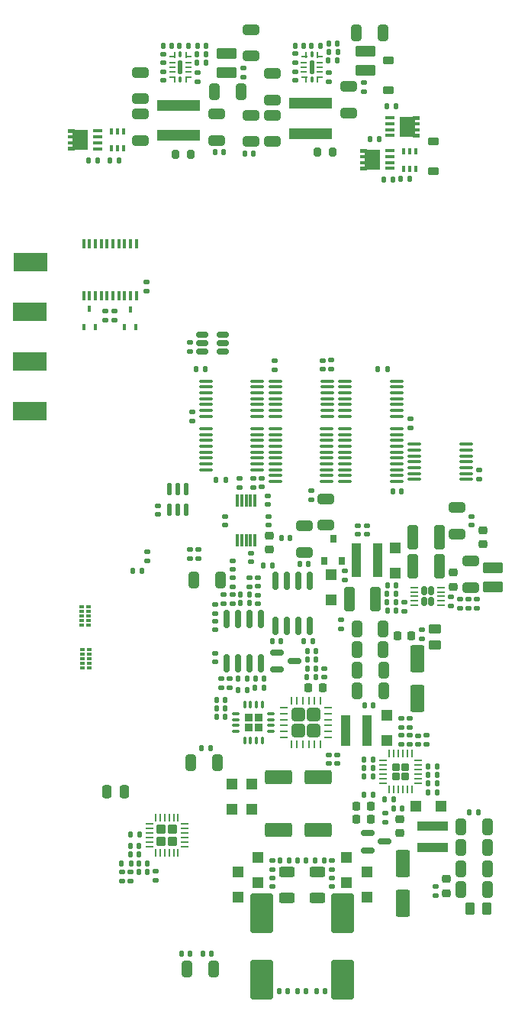
<source format=gbr>
%TF.GenerationSoftware,KiCad,Pcbnew,7.99.0-1.20230926git54171ec.fc37*%
%TF.CreationDate,2023-10-03T14:10:53+01:00*%
%TF.ProjectId,bugg-main-r5,62756767-2d6d-4616-996e-2d72352e6b69,rev?*%
%TF.SameCoordinates,Original*%
%TF.FileFunction,Paste,Bot*%
%TF.FilePolarity,Positive*%
%FSLAX46Y46*%
G04 Gerber Fmt 4.6, Leading zero omitted, Abs format (unit mm)*
G04 Created by KiCad (PCBNEW 7.99.0-1.20230926git54171ec.fc37) date 2023-10-03 14:10:53*
%MOMM*%
%LPD*%
G01*
G04 APERTURE LIST*
G04 Aperture macros list*
%AMRoundRect*
0 Rectangle with rounded corners*
0 $1 Rounding radius*
0 $2 $3 $4 $5 $6 $7 $8 $9 X,Y pos of 4 corners*
0 Add a 4 corners polygon primitive as box body*
4,1,4,$2,$3,$4,$5,$6,$7,$8,$9,$2,$3,0*
0 Add four circle primitives for the rounded corners*
1,1,$1+$1,$2,$3*
1,1,$1+$1,$4,$5*
1,1,$1+$1,$6,$7*
1,1,$1+$1,$8,$9*
0 Add four rect primitives between the rounded corners*
20,1,$1+$1,$2,$3,$4,$5,0*
20,1,$1+$1,$4,$5,$6,$7,0*
20,1,$1+$1,$6,$7,$8,$9,0*
20,1,$1+$1,$8,$9,$2,$3,0*%
%AMFreePoly0*
4,1,21,1.372500,0.787500,0.862500,0.787500,0.862500,0.532500,1.372500,0.532500,1.372500,0.127500,0.862500,0.127500,0.862500,-0.127500,1.372500,-0.127500,1.372500,-0.532500,0.862500,-0.532500,0.862500,-0.787500,1.372500,-0.787500,1.372500,-1.195000,0.612500,-1.195000,0.612500,-1.117500,-0.862500,-1.117500,-0.862500,1.117500,0.612500,1.117500,0.612500,1.195000,1.372500,1.195000,
1.372500,0.787500,1.372500,0.787500,$1*%
%AMFreePoly1*
4,1,25,0.251037,0.433748,0.282717,0.409439,0.409439,0.282717,0.449030,0.214145,0.454242,0.174554,0.454242,-0.174554,0.433748,-0.251037,0.409439,-0.282717,0.282717,-0.409439,0.214145,-0.449030,0.174554,-0.454242,-0.174554,-0.454242,-0.251037,-0.433748,-0.282717,-0.409439,-0.409439,-0.282717,-0.449030,-0.214145,-0.454242,-0.174554,-0.454242,0.174554,-0.433748,0.251037,-0.409439,0.282717,
-0.282717,0.409439,-0.214145,0.449030,-0.174554,0.454242,0.174554,0.454242,0.251037,0.433748,0.251037,0.433748,$1*%
G04 Aperture macros list end*
%ADD10RoundRect,0.135000X0.135000X0.185000X-0.135000X0.185000X-0.135000X-0.185000X0.135000X-0.185000X0*%
%ADD11RoundRect,0.135000X-0.185000X0.135000X-0.185000X-0.135000X0.185000X-0.135000X0.185000X0.135000X0*%
%ADD12RoundRect,0.135000X-0.135000X-0.185000X0.135000X-0.185000X0.135000X0.185000X-0.135000X0.185000X0*%
%ADD13RoundRect,0.140000X0.170000X-0.140000X0.170000X0.140000X-0.170000X0.140000X-0.170000X-0.140000X0*%
%ADD14RoundRect,0.140000X0.140000X0.170000X-0.140000X0.170000X-0.140000X-0.170000X0.140000X-0.170000X0*%
%ADD15RoundRect,0.140000X-0.140000X-0.170000X0.140000X-0.170000X0.140000X0.170000X-0.140000X0.170000X0*%
%ADD16RoundRect,0.140000X-0.170000X0.140000X-0.170000X-0.140000X0.170000X-0.140000X0.170000X0.140000X0*%
%ADD17R,0.990000X0.405000*%
%ADD18FreePoly0,0.000000*%
%ADD19RoundRect,0.200000X0.200000X0.275000X-0.200000X0.275000X-0.200000X-0.275000X0.200000X-0.275000X0*%
%ADD20RoundRect,0.250000X-0.325000X-0.650000X0.325000X-0.650000X0.325000X0.650000X-0.325000X0.650000X0*%
%ADD21RoundRect,0.150000X-0.587500X-0.150000X0.587500X-0.150000X0.587500X0.150000X-0.587500X0.150000X0*%
%ADD22FreePoly0,180.000000*%
%ADD23R,0.980000X3.400000*%
%ADD24RoundRect,0.050000X-0.287500X-0.075000X0.287500X-0.075000X0.287500X0.075000X-0.287500X0.075000X0*%
%ADD25RoundRect,0.050000X-0.075000X0.287500X-0.075000X-0.287500X0.075000X-0.287500X0.075000X0.287500X0*%
%ADD26RoundRect,0.050000X-0.275000X-0.075000X0.275000X-0.075000X0.275000X0.075000X-0.275000X0.075000X0*%
%ADD27RoundRect,0.050050X0.124950X0.274950X-0.124950X0.274950X-0.124950X-0.274950X0.124950X-0.274950X0*%
%ADD28RoundRect,0.049950X-0.175050X-0.675050X0.175050X-0.675050X0.175050X0.675050X-0.175050X0.675050X0*%
%ADD29R,1.200000X1.200000*%
%ADD30R,3.800000X2.000000*%
%ADD31RoundRect,0.225000X0.375000X-0.225000X0.375000X0.225000X-0.375000X0.225000X-0.375000X-0.225000X0*%
%ADD32RoundRect,0.135000X0.185000X-0.135000X0.185000X0.135000X-0.185000X0.135000X-0.185000X-0.135000X0*%
%ADD33RoundRect,0.250000X0.650000X-0.325000X0.650000X0.325000X-0.650000X0.325000X-0.650000X-0.325000X0*%
%ADD34RoundRect,0.100000X-0.637500X-0.100000X0.637500X-0.100000X0.637500X0.100000X-0.637500X0.100000X0*%
%ADD35RoundRect,0.250000X0.325000X0.650000X-0.325000X0.650000X-0.325000X-0.650000X0.325000X-0.650000X0*%
%ADD36R,0.550000X0.300000*%
%ADD37R,0.550000X0.400000*%
%ADD38RoundRect,0.218750X0.218750X0.256250X-0.218750X0.256250X-0.218750X-0.256250X0.218750X-0.256250X0*%
%ADD39RoundRect,0.100000X0.637500X0.100000X-0.637500X0.100000X-0.637500X-0.100000X0.637500X-0.100000X0*%
%ADD40R,0.450000X0.700000*%
%ADD41RoundRect,0.250000X1.250000X0.550000X-1.250000X0.550000X-1.250000X-0.550000X1.250000X-0.550000X0*%
%ADD42RoundRect,0.250000X0.625000X-0.312500X0.625000X0.312500X-0.625000X0.312500X-0.625000X-0.312500X0*%
%ADD43RoundRect,0.250000X1.000000X-1.950000X1.000000X1.950000X-1.000000X1.950000X-1.000000X-1.950000X0*%
%ADD44RoundRect,0.250000X0.450000X-0.262500X0.450000X0.262500X-0.450000X0.262500X-0.450000X-0.262500X0*%
%ADD45RoundRect,0.150000X0.150000X-0.825000X0.150000X0.825000X-0.150000X0.825000X-0.150000X-0.825000X0*%
%ADD46RoundRect,0.250000X-0.650000X0.325000X-0.650000X-0.325000X0.650000X-0.325000X0.650000X0.325000X0*%
%ADD47RoundRect,0.250000X-0.325000X-1.100000X0.325000X-1.100000X0.325000X1.100000X-0.325000X1.100000X0*%
%ADD48RoundRect,0.250000X0.550000X-1.250000X0.550000X1.250000X-0.550000X1.250000X-0.550000X-1.250000X0*%
%ADD49RoundRect,0.250000X-0.485000X-0.485000X0.485000X-0.485000X0.485000X0.485000X-0.485000X0.485000X0*%
%ADD50RoundRect,0.062500X-0.362500X-0.062500X0.362500X-0.062500X0.362500X0.062500X-0.362500X0.062500X0*%
%ADD51RoundRect,0.062500X-0.062500X-0.362500X0.062500X-0.362500X0.062500X0.362500X-0.062500X0.362500X0*%
%ADD52RoundRect,0.225000X0.250000X-0.225000X0.250000X0.225000X-0.250000X0.225000X-0.250000X-0.225000X0*%
%ADD53FreePoly1,90.000000*%
%ADD54RoundRect,0.062500X0.062500X-0.325000X0.062500X0.325000X-0.062500X0.325000X-0.062500X-0.325000X0*%
%ADD55RoundRect,0.062500X0.325000X-0.062500X0.325000X0.062500X-0.325000X0.062500X-0.325000X-0.062500X0*%
%ADD56RoundRect,0.250000X0.275000X-0.275000X0.275000X0.275000X-0.275000X0.275000X-0.275000X-0.275000X0*%
%ADD57RoundRect,0.062500X0.062500X-0.350000X0.062500X0.350000X-0.062500X0.350000X-0.062500X-0.350000X0*%
%ADD58RoundRect,0.062500X0.350000X-0.062500X0.350000X0.062500X-0.350000X0.062500X-0.350000X-0.062500X0*%
%ADD59RoundRect,0.225000X-0.250000X0.225000X-0.250000X-0.225000X0.250000X-0.225000X0.250000X0.225000X0*%
%ADD60R,0.980000X3.700000*%
%ADD61RoundRect,0.200000X-0.200000X-0.275000X0.200000X-0.275000X0.200000X0.275000X-0.200000X0.275000X0*%
%ADD62RoundRect,0.250000X-0.850000X0.375000X-0.850000X-0.375000X0.850000X-0.375000X0.850000X0.375000X0*%
%ADD63RoundRect,0.250000X0.262500X0.450000X-0.262500X0.450000X-0.262500X-0.450000X0.262500X-0.450000X0*%
%ADD64RoundRect,0.227500X0.227500X0.227500X-0.227500X0.227500X-0.227500X-0.227500X0.227500X-0.227500X0*%
%ADD65RoundRect,0.075000X0.350000X0.075000X-0.350000X0.075000X-0.350000X-0.075000X0.350000X-0.075000X0*%
%ADD66RoundRect,0.075000X0.075000X0.350000X-0.075000X0.350000X-0.075000X-0.350000X0.075000X-0.350000X0*%
%ADD67RoundRect,0.225000X-0.375000X0.225000X-0.375000X-0.225000X0.375000X-0.225000X0.375000X0.225000X0*%
%ADD68RoundRect,0.125000X-0.125000X0.587500X-0.125000X-0.587500X0.125000X-0.587500X0.125000X0.587500X0*%
%ADD69R,0.400000X1.000000*%
%ADD70R,4.700000X1.180000*%
%ADD71R,3.400000X0.980000*%
%ADD72R,0.300000X1.400000*%
%ADD73R,0.800000X0.900000*%
%ADD74R,0.400000X0.650000*%
%ADD75RoundRect,0.167500X0.167500X0.312500X-0.167500X0.312500X-0.167500X-0.312500X0.167500X-0.312500X0*%
%ADD76RoundRect,0.062500X0.362500X0.062500X-0.362500X0.062500X-0.362500X-0.062500X0.362500X-0.062500X0*%
%ADD77RoundRect,0.225000X0.225000X0.250000X-0.225000X0.250000X-0.225000X-0.250000X0.225000X-0.250000X0*%
%ADD78RoundRect,0.150000X-0.512500X-0.150000X0.512500X-0.150000X0.512500X0.150000X-0.512500X0.150000X0*%
%ADD79RoundRect,0.218750X0.256250X-0.218750X0.256250X0.218750X-0.256250X0.218750X-0.256250X-0.218750X0*%
%ADD80RoundRect,0.218750X-0.218750X-0.256250X0.218750X-0.256250X0.218750X0.256250X-0.218750X0.256250X0*%
%ADD81RoundRect,0.250000X0.250000X0.475000X-0.250000X0.475000X-0.250000X-0.475000X0.250000X-0.475000X0*%
G04 APERTURE END LIST*
D10*
%TO.C,R8*%
X17472500Y43627500D03*
X16452500Y43627500D03*
%TD*%
D11*
%TO.C,R36*%
X12350000Y53276400D03*
X12350000Y54296400D03*
%TD*%
%TO.C,R35*%
X-1000000Y55910000D03*
X-1000000Y54890000D03*
%TD*%
D10*
%TO.C,R17*%
X7585000Y58375000D03*
X6565000Y58375000D03*
%TD*%
%TO.C,R16*%
X9460000Y57656400D03*
X8440000Y57656400D03*
%TD*%
%TO.C,R15*%
X-7065000Y58375000D03*
X-8085000Y58375000D03*
%TD*%
%TO.C,R14*%
X-5135000Y57425000D03*
X-6155000Y57425000D03*
%TD*%
%TO.C,R13*%
X9440000Y56701400D03*
X8420000Y56701400D03*
%TD*%
%TO.C,R12*%
X-5140000Y56475000D03*
X-6160000Y56475000D03*
%TD*%
D12*
%TO.C,R11*%
X15910000Y51650000D03*
X14890000Y51650000D03*
%TD*%
D10*
%TO.C,R7*%
X-14765000Y45650000D03*
X-15785000Y45650000D03*
%TD*%
D13*
%TO.C,C38*%
X-11775000Y31195000D03*
X-11775000Y32155000D03*
%TD*%
D14*
%TO.C,C18*%
X130000Y46425000D03*
X-830000Y46425000D03*
%TD*%
D15*
%TO.C,C17*%
X-4155000Y46575000D03*
X-3195000Y46575000D03*
%TD*%
D14*
%TO.C,C12*%
X9405000Y58591400D03*
X8445000Y58591400D03*
%TD*%
%TO.C,C11*%
X-5165000Y58375000D03*
X-6125000Y58375000D03*
%TD*%
D16*
%TO.C,C10*%
X4716600Y57459400D03*
X4716600Y56499400D03*
%TD*%
D13*
%TO.C,C9*%
X-9875000Y56495000D03*
X-9875000Y57455000D03*
%TD*%
D14*
%TO.C,C115*%
X4155000Y3825000D03*
X3195000Y3825000D03*
%TD*%
D17*
%TO.C,Q3*%
X15215000Y48410000D03*
X15215000Y49070000D03*
X15215000Y49730000D03*
X15215000Y50390000D03*
D18*
X17207500Y49400000D03*
%TD*%
D15*
%TO.C,C101*%
X6070000Y-9675000D03*
X7030000Y-9675000D03*
%TD*%
%TO.C,C46*%
X2970000Y-46400000D03*
X3930000Y-46400000D03*
%TD*%
D19*
%TO.C,R109*%
X8885000Y46580000D03*
X7235000Y46580000D03*
%TD*%
D20*
%TO.C,C91*%
X11584762Y-10835714D03*
X14534762Y-10835714D03*
%TD*%
D21*
%TO.C,U31*%
X2762500Y-10750000D03*
X2762500Y-8850000D03*
X4637500Y-9800000D03*
%TD*%
D17*
%TO.C,Q1*%
X-17150000Y48910000D03*
X-17150000Y48250000D03*
X-17150000Y47590000D03*
X-17150000Y46930000D03*
D22*
X-19142500Y47920000D03*
%TD*%
D23*
%TO.C,L4*%
X10354286Y-17484762D03*
X12724286Y-17484762D03*
%TD*%
D21*
%TO.C,Q10*%
X12777500Y-30775000D03*
X12777500Y-28875000D03*
X14652500Y-29825000D03*
%TD*%
D16*
%TO.C,C120*%
X-6925000Y25455000D03*
X-6925000Y24495000D03*
%TD*%
D24*
%TO.C,U5*%
X-8862500Y54850000D03*
D25*
X-8650000Y54637500D03*
D26*
X-8875000Y55500000D03*
X-8875000Y56000000D03*
X-8875000Y56500000D03*
D24*
X-8862500Y57150000D03*
D25*
X-8650000Y57362500D03*
D27*
X-8000000Y57375000D03*
D25*
X-7350000Y57362500D03*
D24*
X-7137500Y57150000D03*
D26*
X-7125000Y56500000D03*
X-7125000Y56000000D03*
X-7125000Y55500000D03*
D25*
X-7350000Y54637500D03*
D24*
X-7137500Y54850000D03*
D27*
X-8000000Y54625000D03*
D28*
X-8000000Y56000000D03*
%TD*%
D29*
%TO.C,D10*%
X10450000Y-31550000D03*
X10450000Y-34350000D03*
%TD*%
D30*
%TO.C,GC1*%
X-24750000Y17900000D03*
%TD*%
D31*
%TO.C,D4*%
X20100000Y44500000D03*
X20100000Y47800000D03*
%TD*%
D13*
%TO.C,C126*%
X24350000Y5270000D03*
X24350000Y6230000D03*
%TD*%
D14*
%TO.C,C64*%
X-3020000Y-16000000D03*
X-3980000Y-16000000D03*
%TD*%
D20*
%TO.C,C43*%
X11525000Y59786400D03*
X14475000Y59786400D03*
%TD*%
D32*
%TO.C,R57*%
X-2220000Y-3460000D03*
X-2220000Y-2440000D03*
%TD*%
D11*
%TO.C,R59*%
X-2500000Y-11790000D03*
X-2500000Y-12810000D03*
%TD*%
D15*
%TO.C,C87*%
X15670000Y-26125000D03*
X16630000Y-26125000D03*
%TD*%
%TO.C,C139*%
X12420238Y-14749286D03*
X13380238Y-14749286D03*
%TD*%
D16*
%TO.C,C42*%
X-9875000Y55480000D03*
X-9875000Y54520000D03*
%TD*%
D13*
%TO.C,C54*%
X8850000Y-34780000D03*
X8850000Y-33820000D03*
%TD*%
D29*
%TO.C,D13*%
X-50000Y-26200000D03*
X-50000Y-23400000D03*
%TD*%
D32*
%TO.C,R94*%
X17450000Y-17160000D03*
X17450000Y-16140000D03*
%TD*%
D33*
%TO.C,C13*%
X-3925000Y47875000D03*
X-3925000Y50825000D03*
%TD*%
D34*
%TO.C,U19*%
X10287500Y17300000D03*
X10287500Y17950000D03*
X10287500Y18600000D03*
X10287500Y19250000D03*
X10287500Y19900000D03*
X10287500Y20550000D03*
X10287500Y21200000D03*
X16012500Y21200000D03*
X16012500Y20550000D03*
X16012500Y19900000D03*
X16012500Y19250000D03*
X16012500Y18600000D03*
X16012500Y17950000D03*
X16012500Y17300000D03*
%TD*%
D16*
%TO.C,C69*%
X600000Y-2495000D03*
X600000Y-3455000D03*
%TD*%
D15*
%TO.C,C72*%
X-1580000Y-11800000D03*
X-620000Y-11800000D03*
%TD*%
D35*
%TO.C,C127*%
X-4325000Y-43900000D03*
X-7275000Y-43900000D03*
%TD*%
D13*
%TO.C,C94*%
X16500000Y-17155000D03*
X16500000Y-16195000D03*
%TD*%
D36*
%TO.C,U11*%
X-18985000Y-5800000D03*
X-18985000Y-5300000D03*
D37*
X-18985000Y-4800000D03*
D36*
X-18985000Y-4300000D03*
X-18985000Y-3800000D03*
X-18215000Y-3800000D03*
X-18215000Y-4300000D03*
D37*
X-18215000Y-4800000D03*
D36*
X-18215000Y-5300000D03*
X-18215000Y-5800000D03*
%TD*%
D38*
%TO.C,FB7*%
X7787500Y-12775000D03*
X6212500Y-12775000D03*
%TD*%
D12*
%TO.C,R26*%
X-14510000Y-32275000D03*
X-13490000Y-32275000D03*
%TD*%
%TO.C,R91*%
X19479286Y-23384762D03*
X20499286Y-23384762D03*
%TD*%
D11*
%TO.C,R52*%
X2200000Y-31940000D03*
X2200000Y-32960000D03*
%TD*%
D39*
%TO.C,U20*%
X8312500Y21200000D03*
X8312500Y20550000D03*
X8312500Y19900000D03*
X8312500Y19250000D03*
X8312500Y18600000D03*
X8312500Y17950000D03*
X8312500Y17300000D03*
X2587500Y17300000D03*
X2587500Y17950000D03*
X2587500Y18600000D03*
X2587500Y19250000D03*
X2587500Y19900000D03*
X2587500Y20550000D03*
X2587500Y21200000D03*
%TD*%
D16*
%TO.C,C76*%
X600000Y-570000D03*
X600000Y-1530000D03*
%TD*%
D20*
%TO.C,C90*%
X11584762Y-13135714D03*
X14534762Y-13135714D03*
%TD*%
D40*
%TO.C,Q28*%
X-17425000Y27200000D03*
X-18725000Y27200000D03*
X-18075000Y29200000D03*
%TD*%
D30*
%TO.C,GC2*%
X-24700000Y23400000D03*
%TD*%
D29*
%TO.C,D17*%
X14914286Y-18609762D03*
X14914286Y-15809762D03*
%TD*%
D41*
%TO.C,C59*%
X7275000Y-28500000D03*
X2875000Y-28500000D03*
%TD*%
D42*
%TO.C,R48*%
X3800000Y-36087500D03*
X3800000Y-33162500D03*
%TD*%
D11*
%TO.C,R113*%
X-15340000Y28975000D03*
X-15340000Y27955000D03*
%TD*%
D13*
%TO.C,C60*%
X1050000Y9470000D03*
X1050000Y10430000D03*
%TD*%
D43*
%TO.C,C49*%
X10025000Y-45125000D03*
X10025000Y-37725000D03*
%TD*%
D15*
%TO.C,C56*%
X5020000Y-31875000D03*
X5980000Y-31875000D03*
%TD*%
D32*
%TO.C,R103*%
X18805000Y-7380000D03*
X18805000Y-6360000D03*
%TD*%
D39*
%TO.C,U22*%
X562500Y21200000D03*
X562500Y20550000D03*
X562500Y19900000D03*
X562500Y19250000D03*
X562500Y18600000D03*
X562500Y17950000D03*
X562500Y17300000D03*
X-5162500Y17300000D03*
X-5162500Y17950000D03*
X-5162500Y18600000D03*
X-5162500Y19250000D03*
X-5162500Y19900000D03*
X-5162500Y20550000D03*
X-5162500Y21200000D03*
%TD*%
D29*
%TO.C,D8*%
X12700000Y-36000000D03*
X12700000Y-33200000D03*
%TD*%
D33*
%TO.C,C80*%
X5800000Y2225000D03*
X5800000Y5175000D03*
%TD*%
D44*
%TO.C,R112*%
X20290000Y-8062500D03*
X20290000Y-6237500D03*
%TD*%
D13*
%TO.C,C48*%
X17500000Y16040000D03*
X17500000Y17000000D03*
%TD*%
D16*
%TO.C,C25*%
X25200000Y11330000D03*
X25200000Y10370000D03*
%TD*%
D20*
%TO.C,C133*%
X23119286Y-28174762D03*
X26069286Y-28174762D03*
%TD*%
D15*
%TO.C,C117*%
X5220000Y925000D03*
X6180000Y925000D03*
%TD*%
D33*
%TO.C,C103*%
X24200000Y-1675000D03*
X24200000Y1275000D03*
%TD*%
D45*
%TO.C,U33*%
X6355000Y-5875000D03*
X5085000Y-5875000D03*
X3815000Y-5875000D03*
X2545000Y-5875000D03*
X2545000Y-925000D03*
X3815000Y-925000D03*
X5085000Y-925000D03*
X6355000Y-925000D03*
%TD*%
D32*
%TO.C,R93*%
X17450000Y-19035000D03*
X17450000Y-18015000D03*
%TD*%
%TO.C,R101*%
X16495000Y-19025000D03*
X16495000Y-18005000D03*
%TD*%
D15*
%TO.C,C47*%
X4970000Y-46400000D03*
X5930000Y-46400000D03*
%TD*%
D46*
%TO.C,C45*%
X10700000Y50875000D03*
X10700000Y53825000D03*
%TD*%
D32*
%TO.C,R61*%
X-2175000Y-1560000D03*
X-2175000Y-540000D03*
%TD*%
D16*
%TO.C,C53*%
X2450000Y23430000D03*
X2450000Y22470000D03*
%TD*%
D35*
%TO.C,C129*%
X-3525000Y-850000D03*
X-6475000Y-850000D03*
%TD*%
D36*
%TO.C,U10*%
X-18885000Y-10550000D03*
X-18885000Y-10050000D03*
D37*
X-18885000Y-9550000D03*
D36*
X-18885000Y-9050000D03*
X-18885000Y-8550000D03*
X-18115000Y-8550000D03*
X-18115000Y-9050000D03*
D37*
X-18115000Y-9550000D03*
D36*
X-18115000Y-10050000D03*
X-18115000Y-10550000D03*
%TD*%
D29*
%TO.C,D14*%
X-2250000Y-26200000D03*
X-2250000Y-23400000D03*
%TD*%
D11*
%TO.C,R78*%
X14750000Y-26670000D03*
X14750000Y-27690000D03*
%TD*%
D47*
%TO.C,C107*%
X17775000Y3900000D03*
X20725000Y3900000D03*
%TD*%
D33*
%TO.C,C16*%
X2190000Y47725000D03*
X2190000Y50675000D03*
%TD*%
D15*
%TO.C,C121*%
X2220000Y-7600000D03*
X3180000Y-7600000D03*
%TD*%
D32*
%TO.C,R71*%
X-1400000Y9390000D03*
X-1400000Y10410000D03*
%TD*%
%TO.C,R54*%
X-3450000Y-12810000D03*
X-3450000Y-11790000D03*
%TD*%
D12*
%TO.C,R90*%
X14940000Y-3300000D03*
X15960000Y-3300000D03*
%TD*%
D48*
%TO.C,C119*%
X18270000Y-13950000D03*
X18270000Y-9550000D03*
%TD*%
D15*
%TO.C,C74*%
X15570000Y9000000D03*
X16530000Y9000000D03*
%TD*%
D49*
%TO.C,U18*%
X5067462Y-15775000D03*
X5067462Y-17475000D03*
X6767462Y-15775000D03*
X6767462Y-17475000D03*
D50*
X3467462Y-18250000D03*
X3467462Y-17600000D03*
X3467462Y-16950000D03*
X3467462Y-16300000D03*
X3467462Y-15650000D03*
X3467462Y-15000000D03*
D51*
X4292462Y-14175000D03*
X4942462Y-14175000D03*
X5592462Y-14175000D03*
X6242462Y-14175000D03*
X6892462Y-14175000D03*
X7542462Y-14175000D03*
D50*
X8367462Y-15000000D03*
X8367462Y-15650000D03*
X8367462Y-16300000D03*
X8367462Y-16950000D03*
X8367462Y-17600000D03*
X8367462Y-18250000D03*
D51*
X7542462Y-19075000D03*
X6892462Y-19075000D03*
X6242462Y-19075000D03*
X5592462Y-19075000D03*
X4942462Y-19075000D03*
X4292462Y-19075000D03*
%TD*%
D24*
%TO.C,U6*%
X5737500Y54850000D03*
D25*
X5950000Y54637500D03*
D26*
X5725000Y55500000D03*
X5725000Y56000000D03*
X5725000Y56500000D03*
D24*
X5737500Y57150000D03*
D25*
X5950000Y57362500D03*
D27*
X6600000Y57375000D03*
D25*
X7250000Y57362500D03*
D24*
X7462500Y57150000D03*
D26*
X7475000Y56500000D03*
X7475000Y56000000D03*
X7475000Y55500000D03*
D25*
X7250000Y54637500D03*
D24*
X7462500Y54850000D03*
D27*
X6600000Y54625000D03*
D28*
X6600000Y56000000D03*
%TD*%
D12*
%TO.C,R98*%
X5690000Y-7625000D03*
X6710000Y-7625000D03*
%TD*%
D10*
%TO.C,R69*%
X14960000Y22500000D03*
X13940000Y22500000D03*
%TD*%
D46*
%TO.C,C6*%
X-12425000Y55425000D03*
X-12425000Y52475000D03*
%TD*%
D52*
%TO.C,C102*%
X25550000Y3125000D03*
X25550000Y4675000D03*
%TD*%
D40*
%TO.C,Q27*%
X-12900000Y27175000D03*
X-14200000Y27175000D03*
X-13550000Y29175000D03*
%TD*%
D53*
%TO.C,U28*%
X15951786Y-22572262D03*
X16926786Y-22572262D03*
X15951786Y-21597262D03*
X16926786Y-21597262D03*
D54*
X17689286Y-24072262D03*
X17189286Y-24072262D03*
X16689286Y-24072262D03*
X16189286Y-24072262D03*
X15689286Y-24072262D03*
X15189286Y-24072262D03*
D55*
X14451786Y-23334762D03*
X14451786Y-22834762D03*
X14451786Y-22334762D03*
X14451786Y-21834762D03*
X14451786Y-21334762D03*
X14451786Y-20834762D03*
D54*
X15189286Y-20097262D03*
X15689286Y-20097262D03*
X16189286Y-20097262D03*
X16689286Y-20097262D03*
X17189286Y-20097262D03*
X17689286Y-20097262D03*
D55*
X18426786Y-20834762D03*
X18426786Y-21334762D03*
X18426786Y-21834762D03*
X18426786Y-22334762D03*
X18426786Y-22834762D03*
X18426786Y-23334762D03*
%TD*%
D16*
%TO.C,C55*%
X2200000Y-33820000D03*
X2200000Y-34780000D03*
%TD*%
D56*
%TO.C,U12*%
X-10150000Y-29750000D03*
X-8850000Y-29750000D03*
X-10150000Y-28450000D03*
X-8850000Y-28450000D03*
D57*
X-8250000Y-31037500D03*
X-8750000Y-31037500D03*
X-9250000Y-31037500D03*
X-9750000Y-31037500D03*
X-10250000Y-31037500D03*
X-10750000Y-31037500D03*
D58*
X-11437500Y-30350000D03*
X-11437500Y-29850000D03*
X-11437500Y-29350000D03*
X-11437500Y-28850000D03*
X-11437500Y-28350000D03*
X-11437500Y-27850000D03*
D57*
X-10750000Y-27162500D03*
X-10250000Y-27162500D03*
X-9750000Y-27162500D03*
X-9250000Y-27162500D03*
X-8750000Y-27162500D03*
X-8250000Y-27162500D03*
D58*
X-7562500Y-27850000D03*
X-7562500Y-28350000D03*
X-7562500Y-28850000D03*
X-7562500Y-29350000D03*
X-7562500Y-29850000D03*
X-7562500Y-30350000D03*
%TD*%
D59*
%TO.C,C104*%
X22300000Y-25000D03*
X22300000Y-1575000D03*
%TD*%
D15*
%TO.C,C138*%
X24099762Y-26545714D03*
X25059762Y-26545714D03*
%TD*%
D60*
%TO.C,L5*%
X11565000Y1350000D03*
X13935000Y1350000D03*
%TD*%
D10*
%TO.C,R97*%
X15960000Y-2350000D03*
X14940000Y-2350000D03*
%TD*%
%TO.C,R107*%
X2225000Y775000D03*
X1205000Y775000D03*
%TD*%
D12*
%TO.C,R88*%
X12365000Y-20700000D03*
X13385000Y-20700000D03*
%TD*%
%TO.C,R50*%
X6940000Y-31875000D03*
X7960000Y-31875000D03*
%TD*%
D30*
%TO.C,GC3*%
X-24700000Y28900000D03*
%TD*%
D10*
%TO.C,R6*%
X-12290000Y200000D03*
X-13310000Y200000D03*
%TD*%
D33*
%TO.C,C15*%
X-12425000Y47850000D03*
X-12425000Y50800000D03*
%TD*%
D46*
%TO.C,C5*%
X2200000Y55325000D03*
X2200000Y52375000D03*
%TD*%
D32*
%TO.C,R75*%
X-6000000Y1565000D03*
X-6000000Y2585000D03*
%TD*%
D12*
%TO.C,R18*%
X12370000Y-22610000D03*
X13390000Y-22610000D03*
%TD*%
D13*
%TO.C,C124*%
X-3050000Y5270000D03*
X-3050000Y6230000D03*
%TD*%
D16*
%TO.C,C41*%
X8475000Y55355000D03*
X8475000Y54395000D03*
%TD*%
D33*
%TO.C,C131*%
X22700000Y4275000D03*
X22700000Y7225000D03*
%TD*%
D41*
%TO.C,C58*%
X7275000Y-22675000D03*
X2875000Y-22675000D03*
%TD*%
D11*
%TO.C,R63*%
X100000Y10460000D03*
X100000Y9440000D03*
%TD*%
D13*
%TO.C,C114*%
X23000000Y-3930000D03*
X23000000Y-2970000D03*
%TD*%
D33*
%TO.C,C130*%
X8150000Y5225000D03*
X8150000Y8175000D03*
%TD*%
D16*
%TO.C,C4*%
X-6100000Y55355000D03*
X-6100000Y54395000D03*
%TD*%
D11*
%TO.C,R27*%
X-13550000Y-33165000D03*
X-13550000Y-34185000D03*
%TD*%
D61*
%TO.C,R110*%
X-8535000Y46355000D03*
X-6885000Y46355000D03*
%TD*%
D29*
%TO.C,D16*%
X20964286Y-25909762D03*
X18164286Y-25909762D03*
%TD*%
D14*
%TO.C,C32*%
X-11670000Y-32250000D03*
X-12630000Y-32250000D03*
%TD*%
D47*
%TO.C,C109*%
X10725000Y-2950000D03*
X13675000Y-2950000D03*
%TD*%
D62*
%TO.C,L8*%
X12550000Y55611400D03*
X12550000Y57761400D03*
%TD*%
D30*
%TO.C,GC4*%
X-24650000Y34400000D03*
%TD*%
D14*
%TO.C,C123*%
X-4670000Y-19450000D03*
X-5630000Y-19450000D03*
%TD*%
D13*
%TO.C,C70*%
X-4150000Y-9930000D03*
X-4150000Y-8970000D03*
%TD*%
D12*
%TO.C,R74*%
X6040000Y-11575000D03*
X7060000Y-11575000D03*
%TD*%
D15*
%TO.C,C96*%
X19510238Y-21464286D03*
X20470238Y-21464286D03*
%TD*%
D11*
%TO.C,R114*%
X-16300000Y28975000D03*
X-16300000Y27955000D03*
%TD*%
D17*
%TO.C,Q2*%
X15275000Y46740000D03*
X15275000Y46080000D03*
X15275000Y45420000D03*
X15275000Y44760000D03*
D22*
X13282500Y45750000D03*
%TD*%
D10*
%TO.C,R100*%
X-2990000Y10250000D03*
X-4010000Y10250000D03*
%TD*%
D35*
%TO.C,C128*%
X-3905000Y-21100000D03*
X-6855000Y-21100000D03*
%TD*%
D12*
%TO.C,R60*%
X-1330000Y-2450000D03*
X-310000Y-2450000D03*
%TD*%
%TO.C,R87*%
X14690000Y-25175000D03*
X15710000Y-25175000D03*
%TD*%
D15*
%TO.C,C27*%
X7125000Y-46425000D03*
X8085000Y-46425000D03*
%TD*%
D32*
%TO.C,R77*%
X-11650000Y1240000D03*
X-11650000Y2260000D03*
%TD*%
D43*
%TO.C,C50*%
X1000000Y-45125000D03*
X1000000Y-37725000D03*
%TD*%
D20*
%TO.C,C88*%
X23114286Y-35109762D03*
X26064286Y-35109762D03*
%TD*%
%TO.C,C134*%
X11579762Y-8535714D03*
X14529762Y-8535714D03*
%TD*%
D11*
%TO.C,R55*%
X-3170000Y-2440000D03*
X-3170000Y-3460000D03*
%TD*%
%TO.C,R95*%
X16850000Y-3250000D03*
X16850000Y-4270000D03*
%TD*%
D12*
%TO.C,R92*%
X19504286Y-22434762D03*
X20524286Y-22434762D03*
%TD*%
D13*
%TO.C,C105*%
X12700000Y4220000D03*
X12700000Y5180000D03*
%TD*%
D63*
%TO.C,R111*%
X25987500Y-37210000D03*
X24162500Y-37210000D03*
%TD*%
D42*
%TO.C,R47*%
X7250000Y-36087500D03*
X7250000Y-33162500D03*
%TD*%
D15*
%TO.C,C132*%
X-7880000Y-42200000D03*
X-6920000Y-42200000D03*
%TD*%
D12*
%TO.C,R83*%
X12370000Y-21655000D03*
X13390000Y-21655000D03*
%TD*%
D20*
%TO.C,C136*%
X11579762Y-6215714D03*
X14529762Y-6215714D03*
%TD*%
D32*
%TO.C,R51*%
X8850000Y-32960000D03*
X8850000Y-31940000D03*
%TD*%
D14*
%TO.C,C82*%
X7030000Y-10625000D03*
X6070000Y-10625000D03*
%TD*%
%TO.C,C113*%
X15955000Y-1400000D03*
X14995000Y-1400000D03*
%TD*%
D16*
%TO.C,C33*%
X-10750000Y-33120000D03*
X-10750000Y-34080000D03*
%TD*%
D15*
%TO.C,C73*%
X-1300000Y-3400000D03*
X-340000Y-3400000D03*
%TD*%
D32*
%TO.C,R96*%
X23950000Y-3960000D03*
X23950000Y-2940000D03*
%TD*%
D64*
%TO.C,U23*%
X650000Y-17150000D03*
X650000Y-16100000D03*
X-400000Y-17150000D03*
X-400000Y-16100000D03*
D65*
X2075000Y-15650000D03*
X2075000Y-16300000D03*
X2075000Y-16950000D03*
X2075000Y-17600000D03*
D66*
X1100000Y-18575000D03*
X450000Y-18575000D03*
X-200000Y-18575000D03*
X-850000Y-18575000D03*
D65*
X-1825000Y-17600000D03*
X-1825000Y-16950000D03*
X-1825000Y-16300000D03*
X-1825000Y-15650000D03*
D66*
X-850000Y-14675000D03*
X-200000Y-14675000D03*
X450000Y-14675000D03*
X1100000Y-14675000D03*
%TD*%
D48*
%TO.C,C118*%
X16700000Y-36650000D03*
X16700000Y-32250000D03*
%TD*%
D11*
%TO.C,R89*%
X10275000Y160000D03*
X10275000Y-860000D03*
%TD*%
D13*
%TO.C,C67*%
X6500000Y8070000D03*
X6500000Y9030000D03*
%TD*%
D12*
%TO.C,R28*%
X-13560000Y-29000000D03*
X-12540000Y-29000000D03*
%TD*%
D14*
%TO.C,C122*%
X-4570000Y-42200000D03*
X-5530000Y-42200000D03*
%TD*%
D13*
%TO.C,C93*%
X18400000Y-19030000D03*
X18400000Y-18070000D03*
%TD*%
D32*
%TO.C,R108*%
X9860000Y-6225000D03*
X9860000Y-5205000D03*
%TD*%
D13*
%TO.C,C78*%
X-125000Y1195000D03*
X-125000Y2155000D03*
%TD*%
D34*
%TO.C,U17*%
X17987500Y10300000D03*
X17987500Y10950000D03*
X17987500Y11600000D03*
X17987500Y12250000D03*
X17987500Y12900000D03*
X17987500Y13550000D03*
X17987500Y14200000D03*
X23712500Y14200000D03*
X23712500Y13550000D03*
X23712500Y12900000D03*
X23712500Y12250000D03*
X23712500Y11600000D03*
X23712500Y10950000D03*
X23712500Y10300000D03*
%TD*%
D67*
%TO.C,D5*%
X15050000Y53400000D03*
X15050000Y56700000D03*
%TD*%
D14*
%TO.C,C40*%
X-12570000Y-30300000D03*
X-13530000Y-30300000D03*
%TD*%
D32*
%TO.C,R73*%
X8775000Y22490000D03*
X8775000Y23510000D03*
%TD*%
D15*
%TO.C,C63*%
X-3980000Y-14100000D03*
X-3020000Y-14100000D03*
%TD*%
D11*
%TO.C,R70*%
X-6650000Y17760000D03*
X-6650000Y16740000D03*
%TD*%
D16*
%TO.C,C68*%
X-4150000Y-5420000D03*
X-4150000Y-6380000D03*
%TD*%
D45*
%TO.C,U25*%
X955000Y-10075000D03*
X-315000Y-10075000D03*
X-1585000Y-10075000D03*
X-2855000Y-10075000D03*
X-2855000Y-5125000D03*
X-1585000Y-5125000D03*
X-315000Y-5125000D03*
X955000Y-5125000D03*
%TD*%
D14*
%TO.C,C141*%
X13370000Y-24660000D03*
X12410000Y-24660000D03*
%TD*%
D68*
%TO.C,U34*%
X-9250000Y9237500D03*
X-8300000Y9237500D03*
X-7350000Y9237500D03*
X-7350000Y6962500D03*
X-8300000Y6962500D03*
X-9250000Y6962500D03*
%TD*%
D69*
%TO.C,U9*%
X-12875000Y30650000D03*
X-13525000Y30650000D03*
X-14175000Y30650000D03*
X-14825000Y30650000D03*
X-15475000Y30650000D03*
X-16125000Y30650000D03*
X-16775000Y30650000D03*
X-17425000Y30650000D03*
X-18075000Y30650000D03*
X-18725000Y30650000D03*
X-18725000Y36450000D03*
X-18075000Y36450000D03*
X-17425000Y36450000D03*
X-16775000Y36450000D03*
X-16125000Y36450000D03*
X-15475000Y36450000D03*
X-14825000Y36450000D03*
X-14175000Y36450000D03*
X-13525000Y36450000D03*
X-12875000Y36450000D03*
%TD*%
D47*
%TO.C,C108*%
X17775000Y700000D03*
X20725000Y700000D03*
%TD*%
D13*
%TO.C,C106*%
X11700000Y4220000D03*
X11700000Y5180000D03*
%TD*%
D14*
%TO.C,C39*%
X-12570000Y-31250000D03*
X-13530000Y-31250000D03*
%TD*%
D52*
%TO.C,C85*%
X16389286Y-28864762D03*
X16389286Y-27314762D03*
%TD*%
D33*
%TO.C,C2*%
X-175000Y60165000D03*
X-175000Y57215000D03*
%TD*%
D32*
%TO.C,R62*%
X-350000Y-1560000D03*
X-350000Y-540000D03*
%TD*%
D70*
%TO.C,L1*%
X-8175000Y51730000D03*
X-8175000Y48420000D03*
%TD*%
D15*
%TO.C,C92*%
X19509286Y-24334762D03*
X20469286Y-24334762D03*
%TD*%
%TO.C,C7*%
X-9905000Y58375000D03*
X-8945000Y58375000D03*
%TD*%
D62*
%TO.C,L6*%
X26700000Y525000D03*
X26700000Y-1625000D03*
%TD*%
D71*
%TO.C,L3*%
X20014286Y-30469762D03*
X20014286Y-28099762D03*
%TD*%
D34*
%TO.C,U24*%
X2537500Y10075000D03*
X2537500Y10725000D03*
X2537500Y11375000D03*
X2537500Y12025000D03*
X2537500Y12675000D03*
X2537500Y13325000D03*
X2537500Y13975000D03*
X2537500Y14625000D03*
X2537500Y15275000D03*
X2537500Y15925000D03*
X8262500Y15925000D03*
X8262500Y15275000D03*
X8262500Y14625000D03*
X8262500Y13975000D03*
X8262500Y13325000D03*
X8262500Y12675000D03*
X8262500Y12025000D03*
X8262500Y11375000D03*
X8262500Y10725000D03*
X8262500Y10075000D03*
%TD*%
D72*
%TO.C,U27*%
X300000Y3550000D03*
X-200000Y3550000D03*
X-700000Y3550000D03*
X-1200000Y3550000D03*
X-1700000Y3550000D03*
X-1700000Y7950000D03*
X-1200000Y7950000D03*
X-700000Y7950000D03*
X-200000Y7950000D03*
X300000Y7950000D03*
%TD*%
D73*
%TO.C,Q26*%
X9900000Y1300000D03*
X8000000Y1300000D03*
X8950000Y3700000D03*
%TD*%
D16*
%TO.C,C52*%
X7950000Y-10645000D03*
X7950000Y-11605000D03*
%TD*%
D13*
%TO.C,C95*%
X19334762Y-19015714D03*
X19334762Y-18055714D03*
%TD*%
D16*
%TO.C,C111*%
X22050000Y-2720000D03*
X22050000Y-3680000D03*
%TD*%
D13*
%TO.C,C137*%
X-10460000Y6430000D03*
X-10460000Y7390000D03*
%TD*%
D14*
%TO.C,C31*%
X-11670000Y-33200000D03*
X-12630000Y-33200000D03*
%TD*%
D16*
%TO.C,C79*%
X1700000Y8480000D03*
X1700000Y7520000D03*
%TD*%
D74*
%TO.C,U3*%
X-14335000Y46970000D03*
X-14985000Y46970000D03*
X-15635000Y46970000D03*
X-15635000Y48870000D03*
X-14985000Y48870000D03*
X-14335000Y48870000D03*
%TD*%
D11*
%TO.C,R102*%
X20326428Y-34790476D03*
X20326428Y-35810476D03*
%TD*%
D16*
%TO.C,C3*%
X4725000Y55505000D03*
X4725000Y54545000D03*
%TD*%
D13*
%TO.C,C65*%
X8450000Y-21155000D03*
X8450000Y-20195000D03*
%TD*%
D75*
%TO.C,U32*%
X19860000Y-3245000D03*
X19860000Y-2055000D03*
X19040000Y-3245000D03*
X19040000Y-2055000D03*
D76*
X20900000Y-1650000D03*
X20900000Y-2150000D03*
X20900000Y-2650000D03*
X20900000Y-3150000D03*
X20900000Y-3650000D03*
X18000000Y-3650000D03*
X18000000Y-3150000D03*
X18000000Y-2650000D03*
X18000000Y-2150000D03*
X18000000Y-1650000D03*
%TD*%
D15*
%TO.C,C8*%
X4755000Y58380000D03*
X5715000Y58380000D03*
%TD*%
D77*
%TO.C,C140*%
X13105000Y-25870000D03*
X11555000Y-25870000D03*
%TD*%
D12*
%TO.C,R10*%
X15600000Y43500000D03*
X14580000Y43500000D03*
%TD*%
D14*
%TO.C,C62*%
X-3020000Y-15050000D03*
X-3980000Y-15050000D03*
%TD*%
D20*
%TO.C,C89*%
X23114286Y-32809762D03*
X26064286Y-32809762D03*
%TD*%
%TO.C,C135*%
X23119286Y-30494762D03*
X26069286Y-30494762D03*
%TD*%
D15*
%TO.C,C71*%
X320000Y-11800000D03*
X1280000Y-11800000D03*
%TD*%
D29*
%TO.C,D12*%
X600000Y-31550000D03*
X600000Y-34350000D03*
%TD*%
D78*
%TO.C,U35*%
X-5537500Y24450000D03*
X-5537500Y25400000D03*
X-5537500Y26350000D03*
X-3262500Y26350000D03*
X-3262500Y25400000D03*
X-3262500Y24450000D03*
%TD*%
D34*
%TO.C,U26*%
X10287500Y10075000D03*
X10287500Y10725000D03*
X10287500Y11375000D03*
X10287500Y12025000D03*
X10287500Y12675000D03*
X10287500Y13325000D03*
X10287500Y13975000D03*
X10287500Y14625000D03*
X10287500Y15275000D03*
X10287500Y15925000D03*
X16012500Y15925000D03*
X16012500Y15275000D03*
X16012500Y14625000D03*
X16012500Y13975000D03*
X16012500Y13325000D03*
X16012500Y12675000D03*
X16012500Y12025000D03*
X16012500Y11375000D03*
X16012500Y10725000D03*
X16012500Y10075000D03*
%TD*%
D13*
%TO.C,C125*%
X1750000Y5245000D03*
X1750000Y6205000D03*
%TD*%
%TO.C,C75*%
X-2175000Y320000D03*
X-2175000Y1280000D03*
%TD*%
D33*
%TO.C,C14*%
X-125000Y47725000D03*
X-125000Y50675000D03*
%TD*%
D29*
%TO.C,D19*%
X8700000Y-3075000D03*
X8700000Y-275000D03*
%TD*%
D32*
%TO.C,R25*%
X-14500000Y-34185000D03*
X-14500000Y-33165000D03*
%TD*%
D34*
%TO.C,U21*%
X-5162500Y11375000D03*
X-5162500Y12025000D03*
X-5162500Y12675000D03*
X-5162500Y13325000D03*
X-5162500Y13975000D03*
X-5162500Y14625000D03*
X-5162500Y15275000D03*
X-5162500Y15925000D03*
X562500Y15925000D03*
X562500Y15275000D03*
X562500Y14625000D03*
X562500Y13975000D03*
X562500Y13325000D03*
X562500Y12675000D03*
X562500Y12025000D03*
X562500Y11375000D03*
%TD*%
D29*
%TO.C,D18*%
X15850000Y2750000D03*
X15850000Y-50000D03*
%TD*%
D79*
%TO.C,FB5*%
X21540238Y-35551786D03*
X21540238Y-33976786D03*
%TD*%
D16*
%TO.C,C81*%
X7825000Y23480000D03*
X7825000Y22520000D03*
%TD*%
D14*
%TO.C,C116*%
X7030000Y-8750000D03*
X6070000Y-8750000D03*
%TD*%
D15*
%TO.C,C110*%
X14985000Y-4250000D03*
X15945000Y-4250000D03*
%TD*%
D80*
%TO.C,FB6*%
X16062500Y-7050000D03*
X17637500Y-7050000D03*
%TD*%
D12*
%TO.C,R53*%
X-1610000Y-13000000D03*
X-590000Y-13000000D03*
%TD*%
%TO.C,R58*%
X290000Y-12800000D03*
X1310000Y-12800000D03*
%TD*%
%TO.C,R9*%
X-18210000Y45650000D03*
X-17190000Y45650000D03*
%TD*%
D13*
%TO.C,C66*%
X9375000Y-21155000D03*
X9375000Y-20195000D03*
%TD*%
D32*
%TO.C,R76*%
X-6950000Y1565000D03*
X-6950000Y2585000D03*
%TD*%
D35*
%TO.C,C44*%
X-1275000Y53300000D03*
X-4225000Y53300000D03*
%TD*%
D77*
%TO.C,C86*%
X13095000Y-27375000D03*
X11545000Y-27375000D03*
%TD*%
D70*
%TO.C,L2*%
X6450000Y51955000D03*
X6450000Y48645000D03*
%TD*%
D16*
%TO.C,C112*%
X24900000Y-2970000D03*
X24900000Y-3930000D03*
%TD*%
D11*
%TO.C,R56*%
X-4120000Y-3540000D03*
X-4120000Y-4560000D03*
%TD*%
D59*
%TO.C,C77*%
X1900000Y4100000D03*
X1900000Y2550000D03*
%TD*%
D74*
%TO.C,U4*%
X18115000Y44752500D03*
X17465000Y44752500D03*
X16815000Y44752500D03*
X16815000Y46652500D03*
X17465000Y46652500D03*
X18115000Y46652500D03*
%TD*%
D29*
%TO.C,D11*%
X-1600000Y-36000000D03*
X-1600000Y-33200000D03*
%TD*%
D62*
%TO.C,L7*%
X-2825000Y57500000D03*
X-2825000Y55350000D03*
%TD*%
D15*
%TO.C,C57*%
X-6230000Y22500000D03*
X-5270000Y22500000D03*
%TD*%
D14*
%TO.C,C1*%
X14030000Y48000000D03*
X13070000Y48000000D03*
%TD*%
D10*
%TO.C,R49*%
X4110000Y-31875000D03*
X3090000Y-31875000D03*
%TD*%
D81*
%TO.C,C24*%
X-14225000Y-24275000D03*
X-16125000Y-24275000D03*
%TD*%
M02*

</source>
